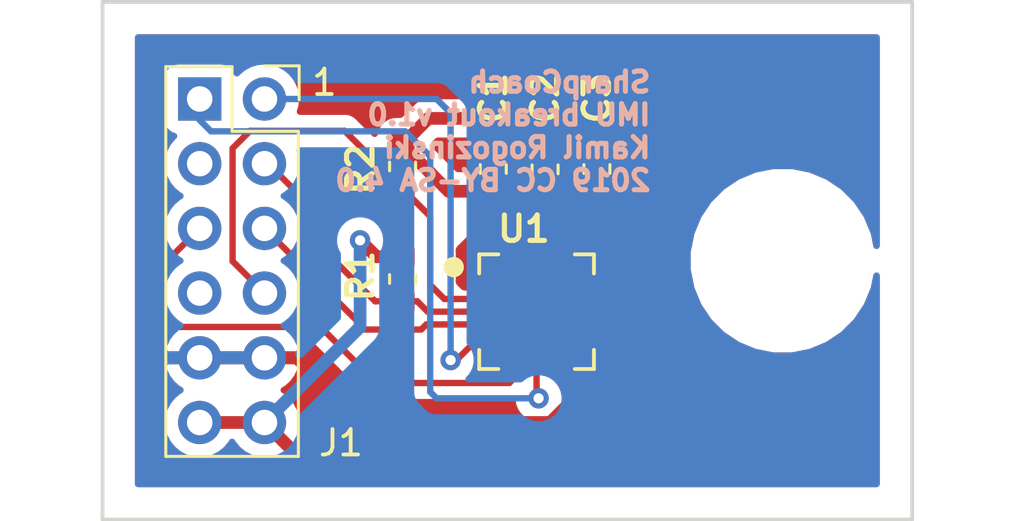
<source format=kicad_pcb>
(kicad_pcb (version 20171130) (host pcbnew 5.1.5-52549c5~86~ubuntu18.04.1)

  (general
    (thickness 1.6)
    (drawings 5)
    (tracks 123)
    (zones 0)
    (modules 8)
    (nets 12)
  )

  (page A4)
  (layers
    (0 F.Cu signal)
    (31 B.Cu signal hide)
    (32 B.Adhes user hide)
    (33 F.Adhes user hide)
    (34 B.Paste user hide)
    (35 F.Paste user hide)
    (36 B.SilkS user)
    (37 F.SilkS user)
    (38 B.Mask user hide)
    (39 F.Mask user hide)
    (40 Dwgs.User user)
    (41 Cmts.User user)
    (42 Eco1.User user)
    (43 Eco2.User user)
    (44 Edge.Cuts user)
    (45 Margin user)
    (46 B.CrtYd user)
    (47 F.CrtYd user)
    (48 B.Fab user)
    (49 F.Fab user)
  )

  (setup
    (last_trace_width 0.25)
    (trace_clearance 0.2)
    (zone_clearance 0.5)
    (zone_45_only no)
    (trace_min 0.2)
    (via_size 0.8)
    (via_drill 0.4)
    (via_min_size 0.4)
    (via_min_drill 0.3)
    (uvia_size 0.3)
    (uvia_drill 0.1)
    (uvias_allowed no)
    (uvia_min_size 0.2)
    (uvia_min_drill 0.1)
    (edge_width 0.1)
    (segment_width 0.2)
    (pcb_text_width 0.3)
    (pcb_text_size 1.5 1.5)
    (mod_edge_width 0.2)
    (mod_text_size 1 1)
    (mod_text_width 0.15)
    (pad_size 1.524 1.524)
    (pad_drill 0.762)
    (pad_to_mask_clearance 0.15)
    (aux_axis_origin 117.9 89.44)
    (grid_origin 117.9 89.44)
    (visible_elements FFFDFF7F)
    (pcbplotparams
      (layerselection 0x010fc_ffffffff)
      (usegerberextensions false)
      (usegerberattributes false)
      (usegerberadvancedattributes false)
      (creategerberjobfile false)
      (excludeedgelayer true)
      (linewidth 0.100000)
      (plotframeref false)
      (viasonmask false)
      (mode 1)
      (useauxorigin true)
      (hpglpennumber 1)
      (hpglpenspeed 20)
      (hpglpendiameter 15.000000)
      (psnegative false)
      (psa4output false)
      (plotreference true)
      (plotvalue true)
      (plotinvisibletext false)
      (padsonsilk false)
      (subtractmaskfromsilk false)
      (outputformat 1)
      (mirror false)
      (drillshape 0)
      (scaleselection 1)
      (outputdirectory "export/"))
  )

  (net 0 "")
  (net 1 GND)
  (net 2 +3V3)
  (net 3 /INT1)
  (net 4 /INT2)
  (net 5 "Net-(U1-Pad14)")
  (net 6 /SCK)
  (net 7 "Net-(J1-Pad10)")
  (net 8 /MISO)
  (net 9 /MOSI)
  (net 10 "Net-(J1-Pad8)")
  (net 11 /SS)

  (net_class Default "This is the default net class."
    (clearance 0.2)
    (trace_width 0.25)
    (via_dia 0.8)
    (via_drill 0.4)
    (uvia_dia 0.3)
    (uvia_drill 0.1)
    (add_net /MISO)
    (add_net /MOSI)
    (add_net /SCK)
    (add_net /SS)
    (add_net "Net-(J1-Pad10)")
    (add_net "Net-(J1-Pad8)")
    (add_net "Net-(U1-Pad14)")
  )

  (net_class Power ""
    (clearance 0.2)
    (trace_width 0.5)
    (via_dia 0.8)
    (via_drill 0.4)
    (uvia_dia 0.3)
    (uvia_drill 0.1)
    (add_net +3V3)
    (add_net GND)
  )

  (net_class Signal ""
    (clearance 0.2)
    (trace_width 0.25)
    (via_dia 0.8)
    (via_drill 0.4)
    (uvia_dia 0.3)
    (uvia_drill 0.1)
    (add_net /INT1)
    (add_net /INT2)
  )

  (module MountingHole:MountingHole_3.2mm_M3 (layer F.Cu) (tedit 56D1B4CB) (tstamp 5DECFFD9)
    (at 144.57 99.6)
    (descr "Mounting Hole 3.2mm, no annular, M3")
    (tags "mounting hole 3.2mm no annular m3")
    (clearance 2)
    (attr virtual)
    (fp_text reference REF** (at 0 -4.2) (layer F.SilkS) hide
      (effects (font (size 1 1) (thickness 0.15)))
    )
    (fp_text value MountingHole_3.2mm_M3 (at 0 4.2) (layer F.Fab)
      (effects (font (size 1 1) (thickness 0.15)))
    )
    (fp_circle (center 0 0) (end 3.45 0) (layer F.CrtYd) (width 0.05))
    (fp_circle (center 0 0) (end 3.2 0) (layer Cmts.User) (width 0.15))
    (fp_text user %R (at 6.35 -2.54) (layer F.Fab)
      (effects (font (size 1 1) (thickness 0.15)))
    )
    (pad 1 np_thru_hole circle (at 0 0) (size 3.2 3.2) (drill 3.2) (layers *.Cu *.Mask))
  )

  (module Resistor_SMD:R_0603_1608Metric_Pad1.05x0.95mm_HandSolder (layer F.Cu) (tedit 5B301BBD) (tstamp 5D340FB2)
    (at 129.667 100.316 270)
    (descr "Resistor SMD 0603 (1608 Metric), square (rectangular) end terminal, IPC_7351 nominal with elongated pad for handsoldering. (Body size source: http://www.tortai-tech.com/upload/download/2011102023233369053.pdf), generated with kicad-footprint-generator")
    (tags "resistor handsolder")
    (path /5D365CFD)
    (attr smd)
    (fp_text reference R1 (at -0.113 1.651 90) (layer F.SilkS)
      (effects (font (size 1 1) (thickness 0.2)))
    )
    (fp_text value 10k (at 0 1.43 90) (layer F.Fab)
      (effects (font (size 1 1) (thickness 0.15)))
    )
    (fp_text user %R (at 0 0 90) (layer F.Fab)
      (effects (font (size 0.4 0.4) (thickness 0.06)))
    )
    (fp_line (start 1.65 0.73) (end -1.65 0.73) (layer F.CrtYd) (width 0.05))
    (fp_line (start 1.65 -0.73) (end 1.65 0.73) (layer F.CrtYd) (width 0.05))
    (fp_line (start -1.65 -0.73) (end 1.65 -0.73) (layer F.CrtYd) (width 0.05))
    (fp_line (start -1.65 0.73) (end -1.65 -0.73) (layer F.CrtYd) (width 0.05))
    (fp_line (start -0.171267 0.51) (end 0.171267 0.51) (layer F.SilkS) (width 0.12))
    (fp_line (start -0.171267 -0.51) (end 0.171267 -0.51) (layer F.SilkS) (width 0.12))
    (fp_line (start 0.8 0.4) (end -0.8 0.4) (layer F.Fab) (width 0.1))
    (fp_line (start 0.8 -0.4) (end 0.8 0.4) (layer F.Fab) (width 0.1))
    (fp_line (start -0.8 -0.4) (end 0.8 -0.4) (layer F.Fab) (width 0.1))
    (fp_line (start -0.8 0.4) (end -0.8 -0.4) (layer F.Fab) (width 0.1))
    (pad 2 smd roundrect (at 0.875 0 270) (size 1.05 0.95) (layers F.Cu F.Paste F.Mask) (roundrect_rratio 0.25)
      (net 9 /MOSI))
    (pad 1 smd roundrect (at -0.875 0 270) (size 1.05 0.95) (layers F.Cu F.Paste F.Mask) (roundrect_rratio 0.25)
      (net 2 +3V3))
    (model ${KISYS3DMOD}/Resistor_SMD.3dshapes/R_0603_1608Metric.wrl
      (at (xyz 0 0 0))
      (scale (xyz 1 1 1))
      (rotate (xyz 0 0 0))
    )
  )

  (module Resistor_SMD:R_0603_1608Metric_Pad1.05x0.95mm_HandSolder (layer F.Cu) (tedit 5B301BBD) (tstamp 5D340FC3)
    (at 129.667 95.899 270)
    (descr "Resistor SMD 0603 (1608 Metric), square (rectangular) end terminal, IPC_7351 nominal with elongated pad for handsoldering. (Body size source: http://www.tortai-tech.com/upload/download/2011102023233369053.pdf), generated with kicad-footprint-generator")
    (tags "resistor handsolder")
    (path /5D3661CC)
    (attr smd)
    (fp_text reference R2 (at 0.113 1.651 90) (layer F.SilkS)
      (effects (font (size 1 1) (thickness 0.2)))
    )
    (fp_text value 10k (at 0 1.43 90) (layer F.Fab)
      (effects (font (size 1 1) (thickness 0.15)))
    )
    (fp_text user %R (at 0 0 90) (layer F.Fab)
      (effects (font (size 0.4 0.4) (thickness 0.06)))
    )
    (fp_line (start 1.65 0.73) (end -1.65 0.73) (layer F.CrtYd) (width 0.05))
    (fp_line (start 1.65 -0.73) (end 1.65 0.73) (layer F.CrtYd) (width 0.05))
    (fp_line (start -1.65 -0.73) (end 1.65 -0.73) (layer F.CrtYd) (width 0.05))
    (fp_line (start -1.65 0.73) (end -1.65 -0.73) (layer F.CrtYd) (width 0.05))
    (fp_line (start -0.171267 0.51) (end 0.171267 0.51) (layer F.SilkS) (width 0.12))
    (fp_line (start -0.171267 -0.51) (end 0.171267 -0.51) (layer F.SilkS) (width 0.12))
    (fp_line (start 0.8 0.4) (end -0.8 0.4) (layer F.Fab) (width 0.1))
    (fp_line (start 0.8 -0.4) (end 0.8 0.4) (layer F.Fab) (width 0.1))
    (fp_line (start -0.8 -0.4) (end 0.8 -0.4) (layer F.Fab) (width 0.1))
    (fp_line (start -0.8 0.4) (end -0.8 -0.4) (layer F.Fab) (width 0.1))
    (pad 2 smd roundrect (at 0.875 0 270) (size 1.05 0.95) (layers F.Cu F.Paste F.Mask) (roundrect_rratio 0.25)
      (net 6 /SCK))
    (pad 1 smd roundrect (at -0.875 0 270) (size 1.05 0.95) (layers F.Cu F.Paste F.Mask) (roundrect_rratio 0.25)
      (net 2 +3V3))
    (model ${KISYS3DMOD}/Resistor_SMD.3dshapes/R_0603_1608Metric.wrl
      (at (xyz 0 0 0))
      (scale (xyz 1 1 1))
      (rotate (xyz 0 0 0))
    )
  )

  (module PMOD_SpecB:PMOD_SpecB (layer F.Cu) (tedit 5DEB4D59) (tstamp 5DEBBAF8)
    (at 124.25 93.25)
    (descr "Through hole straight pin header, 2x06, 2.54mm pitch, double rows")
    (tags "Through hole pin header THT 2x06 2.54mm double row")
    (path /5DEB8408)
    (fp_text reference J1 (at 3 13.5) (layer F.SilkS)
      (effects (font (size 1 1) (thickness 0.15)))
    )
    (fp_text value PMOD_Type2A_Variant01 (at -1.27 15.03) (layer F.Fab)
      (effects (font (size 1 1) (thickness 0.15)))
    )
    (fp_text user 1 (at 2.35 -0.65) (layer F.SilkS)
      (effects (font (size 1 1) (thickness 0.15)))
    )
    (fp_text user %R (at -1.27 6.35 90) (layer F.Fab)
      (effects (font (size 1 1) (thickness 0.15)))
    )
    (fp_line (start 1.81 -1.8) (end -4.34 -1.8) (layer F.CrtYd) (width 0.05))
    (fp_line (start 1.81 14.5) (end 1.81 -1.8) (layer F.CrtYd) (width 0.05))
    (fp_line (start -4.34 14.5) (end 1.81 14.5) (layer F.CrtYd) (width 0.05))
    (fp_line (start -4.34 -1.8) (end -4.34 14.5) (layer F.CrtYd) (width 0.05))
    (fp_line (start 0.03 -1.3) (end 1.36 -1.3) (layer F.SilkS) (width 0.12))
    (fp_line (start 1.36 0.03) (end 1.36 -1.3) (layer F.SilkS) (width 0.12))
    (fp_line (start -3.87 -1.27) (end -1.27 -1.27) (layer F.SilkS) (width 0.12))
    (fp_line (start -1.27 1.27) (end -1.27 -1.27) (layer F.SilkS) (width 0.12))
    (fp_line (start -1.27 1.27) (end 1.33 1.27) (layer F.SilkS) (width 0.12))
    (fp_line (start 1.33 1.27) (end 1.33 14.03) (layer F.SilkS) (width 0.12))
    (fp_line (start -3.87 -1.27) (end -3.87 14.03) (layer F.SilkS) (width 0.12))
    (fp_line (start -3.87 14.03) (end 1.33 14.03) (layer F.SilkS) (width 0.12))
    (fp_line (start -3.81 0) (end -2.54 -1.27) (layer F.Fab) (width 0.1))
    (fp_line (start -3.81 13.97) (end -3.81 0) (layer F.Fab) (width 0.1))
    (fp_line (start 1.27 13.97) (end -3.81 13.97) (layer F.Fab) (width 0.1))
    (fp_line (start 1.27 -1.27) (end 1.27 13.97) (layer F.Fab) (width 0.1))
    (fp_line (start -2.54 -1.27) (end 1.27 -1.27) (layer F.Fab) (width 0.1))
    (pad 6 thru_hole oval (at 0 12.7) (size 1.7 1.7) (drill 1) (layers *.Cu *.Mask)
      (net 2 +3V3))
    (pad 12 thru_hole oval (at -2.54 12.7) (size 1.7 1.7) (drill 1) (layers *.Cu *.Mask)
      (net 2 +3V3))
    (pad 5 thru_hole oval (at 0 10.16) (size 1.7 1.7) (drill 1) (layers *.Cu *.Mask)
      (net 1 GND))
    (pad 11 thru_hole oval (at -2.54 10.16) (size 1.7 1.7) (drill 1) (layers *.Cu *.Mask)
      (net 1 GND))
    (pad 4 thru_hole oval (at 0 7.62) (size 1.7 1.7) (drill 1) (layers *.Cu *.Mask)
      (net 6 /SCK))
    (pad 10 thru_hole oval (at -2.54 7.62) (size 1.7 1.7) (drill 1) (layers *.Cu *.Mask)
      (net 7 "Net-(J1-Pad10)"))
    (pad 3 thru_hole oval (at 0 5.08) (size 1.7 1.7) (drill 1) (layers *.Cu *.Mask)
      (net 8 /MISO))
    (pad 9 thru_hole oval (at -2.54 5.08) (size 1.7 1.7) (drill 1) (layers *.Cu *.Mask)
      (net 4 /INT2))
    (pad 2 thru_hole oval (at 0 2.54) (size 1.7 1.7) (drill 1) (layers *.Cu *.Mask)
      (net 9 /MOSI))
    (pad 8 thru_hole oval (at -2.54 2.54) (size 1.7 1.7) (drill 1) (layers *.Cu *.Mask)
      (net 10 "Net-(J1-Pad8)"))
    (pad 1 thru_hole oval (at 0 0) (size 1.7 1.7) (drill 1) (layers *.Cu *.Mask)
      (net 11 /SS))
    (pad 7 thru_hole rect (at -2.54 0) (size 1.7 1.7) (drill 1) (layers *.Cu *.Mask)
      (net 3 /INT1))
    (model ${KISYS3DMOD}/Connector_PinHeader_2.54mm.3dshapes/PinHeader_2x06_P2.54mm_Horizontal.wrl
      (offset (xyz 0 -12.7 0))
      (scale (xyz 1 1 1))
      (rotate (xyz 0 0 180))
    )
  )

  (module LSM6DS33:LSM6DS33 (layer F.Cu) (tedit 5D341B1D) (tstamp 5D341A6E)
    (at 134.921 101.6)
    (path /5D348B12)
    (solder_mask_margin 0.4)
    (clearance 0.15)
    (fp_text reference U1 (at -0.5 -3.25) (layer F.SilkS)
      (effects (font (size 1 1) (thickness 0.2)))
    )
    (fp_text value LSM6DS33 (at 0.5 -4.75) (layer F.Fab)
      (effects (font (size 1 1) (thickness 0.15)))
    )
    (fp_line (start -2.25 -1.5) (end -2.25 -2.25) (layer F.SilkS) (width 0.15))
    (fp_line (start -2.25 -2.25) (end -1.5 -2.25) (layer F.SilkS) (width 0.15))
    (fp_line (start 2.25 -1.5) (end 2.25 -2.25) (layer F.SilkS) (width 0.15))
    (fp_line (start 2.25 -2.25) (end 1.5 -2.25) (layer F.SilkS) (width 0.15))
    (fp_line (start -2.25 1.5) (end -2.25 2.25) (layer F.SilkS) (width 0.15))
    (fp_line (start -2.25 2.25) (end -1.5 2.25) (layer F.SilkS) (width 0.15))
    (fp_line (start 2.25 1.5) (end 2.25 2.25) (layer F.SilkS) (width 0.15))
    (fp_line (start 2.25 2.25) (end 1.5 2.25) (layer F.SilkS) (width 0.15))
    (fp_circle (center -3.25 -1.75) (end -3.05 -1.75) (layer F.SilkS) (width 0.4))
    (pad 1 smd rect (at -1.225 -1) (size 1 0.35) (drill (offset -0.275 0)) (layers F.Cu F.Paste F.Mask)
      (net 2 +3V3))
    (pad 2 smd rect (at -1.225 -0.5) (size 1 0.35) (drill (offset -0.275 0)) (layers F.Cu F.Paste F.Mask)
      (net 6 /SCK))
    (pad 3 smd rect (at -1.35 0) (size 1 0.35) (drill (offset -0.15 0)) (layers F.Cu F.Paste F.Mask)
      (net 9 /MOSI))
    (pad 4 smd rect (at -1.35 0.5) (size 1 0.35) (drill (offset -0.15 0)) (layers F.Cu F.Paste F.Mask)
      (net 8 /MISO))
    (pad 5 smd rect (at -1.35 1) (size 1 0.35) (drill (offset -0.15 0)) (layers F.Cu F.Paste F.Mask)
      (net 11 /SS))
    (pad 6 smd rect (at -0.5 1.35) (size 0.35 1) (drill (offset 0 0.15)) (layers F.Cu F.Paste F.Mask)
      (net 4 /INT2))
    (pad 7 smd rect (at 0 1.35) (size 0.35 1) (drill (offset 0 0.15)) (layers F.Cu F.Paste F.Mask)
      (net 3 /INT1))
    (pad 8 smd rect (at 0.5 1.35) (size 0.35 1) (drill (offset 0 0.15)) (layers F.Cu F.Paste F.Mask)
      (net 1 GND))
    (pad 9 smd rect (at 1.35 1) (size 1 0.35) (drill (offset 0.15 0)) (layers F.Cu F.Paste F.Mask)
      (net 1 GND))
    (pad 10 smd rect (at 1.35 0.5) (size 1 0.35) (drill (offset 0.15 0)) (layers F.Cu F.Paste F.Mask)
      (net 1 GND))
    (pad 11 smd rect (at 1.35 0) (size 1 0.35) (drill (offset 0.15 0)) (layers F.Cu F.Paste F.Mask)
      (net 1 GND))
    (pad 12 smd rect (at 1.35 -0.5) (size 1 0.35) (drill (offset 0.15 0)) (layers F.Cu F.Paste F.Mask)
      (net 1 GND))
    (pad 13 smd rect (at 1.35 -1) (size 1 0.35) (drill (offset 0.15 0)) (layers F.Cu F.Paste F.Mask)
      (net 1 GND))
    (pad 14 smd rect (at 0.5 -1.35) (size 0.35 1) (drill (offset 0 -0.15)) (layers F.Cu F.Paste F.Mask)
      (net 5 "Net-(U1-Pad14)"))
    (pad 15 smd rect (at 0 -1.35) (size 0.35 1) (drill (offset 0 -0.15)) (layers F.Cu F.Paste F.Mask)
      (net 1 GND))
    (pad 16 smd rect (at -0.5 -1.35) (size 0.35 1) (drill (offset 0 -0.15)) (layers F.Cu F.Paste F.Mask)
      (net 2 +3V3))
    (model ${KISYS3DMOD}/Package_LGA.3dshapes/LGA-16_3x3mm_P0.5mm_LayoutBorder3x5y.wrl
      (at (xyz 0 0 0))
      (scale (xyz 1 1 1))
      (rotate (xyz 0 0 0))
    )
  )

  (module Capacitor_SMD:C_0603_1608Metric_Pad1.05x0.95mm_HandSolder (layer F.Cu) (tedit 5B301BBE) (tstamp 5D341730)
    (at 137.287 95.998 90)
    (descr "Capacitor SMD 0603 (1608 Metric), square (rectangular) end terminal, IPC_7351 nominal with elongated pad for handsoldering. (Body size source: http://www.tortai-tech.com/upload/download/2011102023233369053.pdf), generated with kicad-footprint-generator")
    (tags "capacitor handsolder")
    (path /5D36319C)
    (attr smd)
    (fp_text reference C3 (at 2.78 0 90) (layer F.SilkS)
      (effects (font (size 1 1) (thickness 0.2)))
    )
    (fp_text value 1u (at 0 1.43 90) (layer F.Fab)
      (effects (font (size 1 1) (thickness 0.15)))
    )
    (fp_text user %R (at 0 0 90) (layer F.Fab)
      (effects (font (size 0.4 0.4) (thickness 0.06)))
    )
    (fp_line (start 1.65 0.73) (end -1.65 0.73) (layer F.CrtYd) (width 0.05))
    (fp_line (start 1.65 -0.73) (end 1.65 0.73) (layer F.CrtYd) (width 0.05))
    (fp_line (start -1.65 -0.73) (end 1.65 -0.73) (layer F.CrtYd) (width 0.05))
    (fp_line (start -1.65 0.73) (end -1.65 -0.73) (layer F.CrtYd) (width 0.05))
    (fp_line (start -0.171267 0.51) (end 0.171267 0.51) (layer F.SilkS) (width 0.12))
    (fp_line (start -0.171267 -0.51) (end 0.171267 -0.51) (layer F.SilkS) (width 0.12))
    (fp_line (start 0.8 0.4) (end -0.8 0.4) (layer F.Fab) (width 0.1))
    (fp_line (start 0.8 -0.4) (end 0.8 0.4) (layer F.Fab) (width 0.1))
    (fp_line (start -0.8 -0.4) (end 0.8 -0.4) (layer F.Fab) (width 0.1))
    (fp_line (start -0.8 0.4) (end -0.8 -0.4) (layer F.Fab) (width 0.1))
    (pad 2 smd roundrect (at 0.875 0 90) (size 1.05 0.95) (layers F.Cu F.Paste F.Mask) (roundrect_rratio 0.25)
      (net 1 GND))
    (pad 1 smd roundrect (at -0.875 0 90) (size 1.05 0.95) (layers F.Cu F.Paste F.Mask) (roundrect_rratio 0.25)
      (net 2 +3V3))
    (model ${KISYS3DMOD}/Capacitor_SMD.3dshapes/C_0603_1608Metric.wrl
      (at (xyz 0 0 0))
      (scale (xyz 1 1 1))
      (rotate (xyz 0 0 0))
    )
  )

  (module Capacitor_SMD:C_0603_1608Metric_Pad1.05x0.95mm_HandSolder (layer F.Cu) (tedit 5B301BBE) (tstamp 5D340F74)
    (at 135.255 96.012 90)
    (descr "Capacitor SMD 0603 (1608 Metric), square (rectangular) end terminal, IPC_7351 nominal with elongated pad for handsoldering. (Body size source: http://www.tortai-tech.com/upload/download/2011102023233369053.pdf), generated with kicad-footprint-generator")
    (tags "capacitor handsolder")
    (path /5D362D91)
    (attr smd)
    (fp_text reference C2 (at 2.794 0 90) (layer F.SilkS)
      (effects (font (size 1 1) (thickness 0.2)))
    )
    (fp_text value 100n (at 0 1.43 90) (layer F.Fab)
      (effects (font (size 1 1) (thickness 0.15)))
    )
    (fp_text user %R (at 0 0 90) (layer F.Fab)
      (effects (font (size 0.4 0.4) (thickness 0.06)))
    )
    (fp_line (start 1.65 0.73) (end -1.65 0.73) (layer F.CrtYd) (width 0.05))
    (fp_line (start 1.65 -0.73) (end 1.65 0.73) (layer F.CrtYd) (width 0.05))
    (fp_line (start -1.65 -0.73) (end 1.65 -0.73) (layer F.CrtYd) (width 0.05))
    (fp_line (start -1.65 0.73) (end -1.65 -0.73) (layer F.CrtYd) (width 0.05))
    (fp_line (start -0.171267 0.51) (end 0.171267 0.51) (layer F.SilkS) (width 0.12))
    (fp_line (start -0.171267 -0.51) (end 0.171267 -0.51) (layer F.SilkS) (width 0.12))
    (fp_line (start 0.8 0.4) (end -0.8 0.4) (layer F.Fab) (width 0.1))
    (fp_line (start 0.8 -0.4) (end 0.8 0.4) (layer F.Fab) (width 0.1))
    (fp_line (start -0.8 -0.4) (end 0.8 -0.4) (layer F.Fab) (width 0.1))
    (fp_line (start -0.8 0.4) (end -0.8 -0.4) (layer F.Fab) (width 0.1))
    (pad 2 smd roundrect (at 0.875 0 90) (size 1.05 0.95) (layers F.Cu F.Paste F.Mask) (roundrect_rratio 0.25)
      (net 1 GND))
    (pad 1 smd roundrect (at -0.875 0 90) (size 1.05 0.95) (layers F.Cu F.Paste F.Mask) (roundrect_rratio 0.25)
      (net 2 +3V3))
    (model ${KISYS3DMOD}/Capacitor_SMD.3dshapes/C_0603_1608Metric.wrl
      (at (xyz 0 0 0))
      (scale (xyz 1 1 1))
      (rotate (xyz 0 0 0))
    )
  )

  (module Capacitor_SMD:C_0603_1608Metric_Pad1.05x0.95mm_HandSolder (layer F.Cu) (tedit 5B301BBE) (tstamp 5D340F63)
    (at 133.223 95.998 90)
    (descr "Capacitor SMD 0603 (1608 Metric), square (rectangular) end terminal, IPC_7351 nominal with elongated pad for handsoldering. (Body size source: http://www.tortai-tech.com/upload/download/2011102023233369053.pdf), generated with kicad-footprint-generator")
    (tags "capacitor handsolder")
    (path /5D3626CB)
    (attr smd)
    (fp_text reference C1 (at 2.78 0 90) (layer F.SilkS)
      (effects (font (size 1 1) (thickness 0.2)))
    )
    (fp_text value 100n (at 0 1.43 90) (layer F.Fab)
      (effects (font (size 1 1) (thickness 0.15)))
    )
    (fp_text user %R (at 0 0 90) (layer F.Fab)
      (effects (font (size 0.4 0.4) (thickness 0.06)))
    )
    (fp_line (start 1.65 0.73) (end -1.65 0.73) (layer F.CrtYd) (width 0.05))
    (fp_line (start 1.65 -0.73) (end 1.65 0.73) (layer F.CrtYd) (width 0.05))
    (fp_line (start -1.65 -0.73) (end 1.65 -0.73) (layer F.CrtYd) (width 0.05))
    (fp_line (start -1.65 0.73) (end -1.65 -0.73) (layer F.CrtYd) (width 0.05))
    (fp_line (start -0.171267 0.51) (end 0.171267 0.51) (layer F.SilkS) (width 0.12))
    (fp_line (start -0.171267 -0.51) (end 0.171267 -0.51) (layer F.SilkS) (width 0.12))
    (fp_line (start 0.8 0.4) (end -0.8 0.4) (layer F.Fab) (width 0.1))
    (fp_line (start 0.8 -0.4) (end 0.8 0.4) (layer F.Fab) (width 0.1))
    (fp_line (start -0.8 -0.4) (end 0.8 -0.4) (layer F.Fab) (width 0.1))
    (fp_line (start -0.8 0.4) (end -0.8 -0.4) (layer F.Fab) (width 0.1))
    (pad 2 smd roundrect (at 0.875 0 90) (size 1.05 0.95) (layers F.Cu F.Paste F.Mask) (roundrect_rratio 0.25)
      (net 1 GND))
    (pad 1 smd roundrect (at -0.875 0 90) (size 1.05 0.95) (layers F.Cu F.Paste F.Mask) (roundrect_rratio 0.25)
      (net 2 +3V3))
    (model ${KISYS3DMOD}/Capacitor_SMD.3dshapes/C_0603_1608Metric.wrl
      (at (xyz 0 0 0))
      (scale (xyz 1 1 1))
      (rotate (xyz 0 0 0))
    )
  )

  (gr_text "SharpCoach\nIMU breakout v1.0\nKamil Rogozinski\n2019 CC BY-SA 4.0" (at 139.49 94.52) (layer B.SilkS) (tstamp 5D3D23BA)
    (effects (font (size 0.8 0.8) (thickness 0.2)) (justify left mirror))
  )
  (gr_line (start 117.9 109.76) (end 117.9 89.44) (layer Edge.Cuts) (width 0.15) (tstamp 5DEBAB70))
  (gr_line (start 149.65 109.76) (end 117.9 109.76) (layer Edge.Cuts) (width 0.15))
  (gr_line (start 149.65 89.44) (end 149.65 109.76) (layer Edge.Cuts) (width 0.15))
  (gr_line (start 117.9 89.44) (end 149.65 89.44) (layer Edge.Cuts) (width 0.15))

  (segment (start 121.71 103.41) (end 124.25 103.41) (width 0.5) (layer F.Cu) (net 1))
  (segment (start 138.806002 102.6) (end 139 102.406002) (width 0.5) (layer F.Cu) (net 1))
  (segment (start 136.271 102.6) (end 138.806002 102.6) (width 0.25) (layer F.Cu) (net 1))
  (segment (start 138.877 95.123) (end 133.798 95.123) (width 0.5) (layer F.Cu) (net 1))
  (segment (start 133.798 95.123) (end 133.223 95.123) (width 0.5) (layer F.Cu) (net 1))
  (segment (start 139 95.246) (end 138.877 95.123) (width 0.5) (layer F.Cu) (net 1))
  (segment (start 136.271 101.6) (end 136.239 101.632) (width 0.25) (layer F.Cu) (net 1))
  (segment (start 138.942 102.1) (end 139 102.158) (width 0.25) (layer F.Cu) (net 1))
  (segment (start 136.271 102.1) (end 138.942 102.1) (width 0.25) (layer F.Cu) (net 1))
  (segment (start 139 102.406002) (end 139 102.158) (width 0.5) (layer F.Cu) (net 1))
  (segment (start 138.923 101.6) (end 139 101.523) (width 0.25) (layer F.Cu) (net 1))
  (segment (start 136.271 101.6) (end 138.923 101.6) (width 0.25) (layer F.Cu) (net 1))
  (segment (start 139 102.158) (end 139 101.523) (width 0.5) (layer F.Cu) (net 1))
  (segment (start 138.994 101.1) (end 139 101.106) (width 0.25) (layer F.Cu) (net 1))
  (segment (start 136.271 101.1) (end 138.994 101.1) (width 0.25) (layer F.Cu) (net 1))
  (segment (start 139 101.523) (end 139 101.106) (width 0.5) (layer F.Cu) (net 1))
  (segment (start 136.271 100.6) (end 138.871 100.6) (width 0.25) (layer F.Cu) (net 1))
  (segment (start 138.871 100.6) (end 139 100.471) (width 0.25) (layer F.Cu) (net 1))
  (segment (start 139 101.106) (end 139 100.471) (width 0.5) (layer F.Cu) (net 1))
  (segment (start 139 98.82) (end 135.19 98.82) (width 0.25) (layer F.Cu) (net 1))
  (segment (start 139 98.82) (end 139 95.246) (width 0.5) (layer F.Cu) (net 1))
  (segment (start 139 100.471) (end 139 98.82) (width 0.5) (layer F.Cu) (net 1))
  (segment (start 134.918 99.336998) (end 134.921 99.339998) (width 0.25) (layer F.Cu) (net 1))
  (segment (start 135.19 98.82) (end 134.918 99.092) (width 0.25) (layer F.Cu) (net 1))
  (segment (start 134.918 99.092) (end 134.918 99.336998) (width 0.25) (layer F.Cu) (net 1))
  (segment (start 134.921 99.349) (end 134.921 100.25) (width 0.25) (layer F.Cu) (net 1))
  (segment (start 134.918 99.346) (end 134.921 99.349) (width 0.25) (layer F.Cu) (net 1))
  (segment (start 134.918 99.336998) (end 134.918 99.346) (width 0.25) (layer F.Cu) (net 1))
  (segment (start 135.421 103.786) (end 136.520501 104.885501) (width 0.25) (layer F.Cu) (net 1))
  (segment (start 135.421 102.95) (end 135.421 103.786) (width 0.25) (layer F.Cu) (net 1))
  (segment (start 136.520501 104.885501) (end 139 102.406002) (width 0.5) (layer F.Cu) (net 1))
  (segment (start 135.456001 105.950001) (end 136.520501 104.885501) (width 0.5) (layer F.Cu) (net 1))
  (segment (start 128.060001 105.950001) (end 135.456001 105.950001) (width 0.5) (layer F.Cu) (net 1))
  (segment (start 124.25 103.41) (end 125.52 103.41) (width 0.5) (layer F.Cu) (net 1))
  (segment (start 125.52 103.41) (end 128.060001 105.950001) (width 0.5) (layer F.Cu) (net 1))
  (segment (start 121.71 105.95) (end 124.25 105.95) (width 0.5) (layer F.Cu) (net 2))
  (segment (start 133.223 96.873) (end 137.287 96.873) (width 0.5) (layer F.Cu) (net 2))
  (segment (start 134.421 97.721) (end 135.255 96.887) (width 0.5) (layer F.Cu) (net 2))
  (segment (start 134.421 100.25) (end 134.421 97.721) (width 0.25) (layer F.Cu) (net 2))
  (segment (start 130.166072 94.524928) (end 129.667 95.024) (width 0.5) (layer F.Cu) (net 2))
  (segment (start 132.62459 94.01199) (end 130.67901 94.01199) (width 0.5) (layer F.Cu) (net 2))
  (segment (start 132.63859 93.99799) (end 132.62459 94.01199) (width 0.5) (layer F.Cu) (net 2))
  (segment (start 133.82141 94.01199) (end 133.80741 93.99799) (width 0.5) (layer F.Cu) (net 2))
  (segment (start 136.68859 94.01199) (end 133.82141 94.01199) (width 0.5) (layer F.Cu) (net 2))
  (segment (start 136.70259 93.99799) (end 136.68859 94.01199) (width 0.5) (layer F.Cu) (net 2))
  (segment (start 137.87141 93.99799) (end 136.70259 93.99799) (width 0.5) (layer F.Cu) (net 2))
  (segment (start 130.67901 94.01199) (end 130.166072 94.524928) (width 0.5) (layer F.Cu) (net 2))
  (segment (start 137.88541 94.01199) (end 137.87141 93.99799) (width 0.5) (layer F.Cu) (net 2))
  (segment (start 133.80741 93.99799) (end 132.63859 93.99799) (width 0.5) (layer F.Cu) (net 2))
  (segment (start 125.55 107.25) (end 135.570228 107.25) (width 0.5) (layer F.Cu) (net 2))
  (segment (start 135.570228 107.25) (end 140.00001 102.820219) (width 0.5) (layer F.Cu) (net 2))
  (segment (start 140.00001 102.820219) (end 140.00001 94.585783) (width 0.5) (layer F.Cu) (net 2))
  (segment (start 140.00001 94.585783) (end 139.426217 94.01199) (width 0.5) (layer F.Cu) (net 2))
  (segment (start 124.25 105.95) (end 125.55 107.25) (width 0.5) (layer F.Cu) (net 2))
  (segment (start 139.426217 94.01199) (end 137.88541 94.01199) (width 0.5) (layer F.Cu) (net 2))
  (segment (start 131.473 96.873) (end 133.223 96.873) (width 0.5) (layer F.Cu) (net 2))
  (segment (start 129.667 95.067) (end 130.24899 95.64899) (width 0.5) (layer F.Cu) (net 2))
  (segment (start 129.667 95.024) (end 129.667 95.067) (width 0.5) (layer F.Cu) (net 2))
  (segment (start 130.24899 95.64899) (end 130.25141 95.64899) (width 0.5) (layer F.Cu) (net 2))
  (segment (start 130.25141 95.64899) (end 130.74201 96.13959) (width 0.5) (layer F.Cu) (net 2))
  (segment (start 130.74201 96.13959) (end 130.74201 96.14201) (width 0.5) (layer F.Cu) (net 2))
  (segment (start 130.74201 96.14201) (end 131.473 96.873) (width 0.5) (layer F.Cu) (net 2))
  (segment (start 129.667 99.441) (end 128.641 99.441) (width 0.5) (layer F.Cu) (net 2))
  (segment (start 128.641 99.441) (end 128 98.8) (width 0.5) (layer F.Cu) (net 2))
  (via (at 128 98.8) (size 0.8) (drill 0.4) (layers F.Cu B.Cu) (net 2))
  (segment (start 128 102.2) (end 124.25 105.95) (width 0.5) (layer B.Cu) (net 2))
  (segment (start 128 98.8) (end 128 102.2) (width 0.5) (layer B.Cu) (net 2))
  (segment (start 132 100.4) (end 132.12499 100.52499) (width 0.5) (layer F.Cu) (net 2))
  (segment (start 132 99.2) (end 132 100.4) (width 0.5) (layer F.Cu) (net 2))
  (segment (start 133.223 96.873) (end 133.223 97.977) (width 0.5) (layer F.Cu) (net 2))
  (segment (start 133.223 97.977) (end 132 99.2) (width 0.5) (layer F.Cu) (net 2))
  (segment (start 132.2 100.6) (end 133.696 100.6) (width 0.25) (layer F.Cu) (net 2))
  (segment (start 132.12499 100.52499) (end 132.2 100.6) (width 0.25) (layer F.Cu) (net 2))
  (via (at 135 105) (size 0.8) (drill 0.4) (layers F.Cu B.Cu) (net 3))
  (segment (start 134.921 104.921) (end 134.921 102.95) (width 0.25) (layer F.Cu) (net 3))
  (segment (start 135 105) (end 134.921 104.921) (width 0.25) (layer F.Cu) (net 3))
  (segment (start 121.71 93.25) (end 121.71 94.078001) (width 0.25) (layer B.Cu) (net 3))
  (segment (start 122.151999 94.52) (end 129.77 94.52) (width 0.25) (layer B.Cu) (net 3))
  (segment (start 130.75 95.5) (end 130.75 104.75) (width 0.25) (layer B.Cu) (net 3))
  (segment (start 121.71 94.078001) (end 122.151999 94.52) (width 0.25) (layer B.Cu) (net 3))
  (segment (start 129.77 94.52) (end 130.75 95.5) (width 0.25) (layer B.Cu) (net 3))
  (segment (start 131 105) (end 135 105) (width 0.25) (layer B.Cu) (net 3))
  (segment (start 130.75 104.75) (end 131 105) (width 0.25) (layer B.Cu) (net 3))
  (segment (start 134.421 103.829) (end 134.421 102.95) (width 0.25) (layer F.Cu) (net 4))
  (segment (start 133.85 104.4) (end 134.421 103.829) (width 0.25) (layer F.Cu) (net 4))
  (segment (start 121.71 98.33) (end 120.25 99.79) (width 0.25) (layer F.Cu) (net 4))
  (segment (start 120.95 102.2) (end 126.45 102.2) (width 0.25) (layer F.Cu) (net 4))
  (segment (start 120.25 101.5) (end 120.95 102.2) (width 0.25) (layer F.Cu) (net 4))
  (segment (start 120.25 99.79) (end 120.25 101.5) (width 0.25) (layer F.Cu) (net 4))
  (segment (start 126.45 102.2) (end 128.65 104.4) (width 0.25) (layer F.Cu) (net 4))
  (segment (start 128.65 104.4) (end 133.85 104.4) (width 0.25) (layer F.Cu) (net 4))
  (segment (start 131.300499 101.1) (end 133.696 101.1) (width 0.25) (layer F.Cu) (net 6))
  (segment (start 130.75 100.549501) (end 131.300499 101.1) (width 0.25) (layer F.Cu) (net 6))
  (segment (start 129.667 96.774) (end 130.75 97.857) (width 0.25) (layer F.Cu) (net 6))
  (segment (start 130.75 97.857) (end 130.75 100.549501) (width 0.25) (layer F.Cu) (net 6))
  (segment (start 129.167928 96.274928) (end 129.667 96.774) (width 0.25) (layer F.Cu) (net 6))
  (segment (start 123.687499 94.5) (end 127.393 94.5) (width 0.25) (layer F.Cu) (net 6))
  (segment (start 123 95.187499) (end 123.687499 94.5) (width 0.25) (layer F.Cu) (net 6))
  (segment (start 127.393 94.5) (end 129.167928 96.274928) (width 0.25) (layer F.Cu) (net 6))
  (segment (start 124.25 100.87) (end 123 99.62) (width 0.25) (layer F.Cu) (net 6))
  (segment (start 123 99.62) (end 123 95.187499) (width 0.25) (layer F.Cu) (net 6))
  (segment (start 130.4 102.3) (end 130.6 102.1) (width 0.25) (layer F.Cu) (net 8))
  (segment (start 127.970001 102.070001) (end 128.2 102.3) (width 0.25) (layer F.Cu) (net 8))
  (segment (start 124.25 98.33) (end 127.970001 102.050001) (width 0.25) (layer F.Cu) (net 8))
  (segment (start 130.6 102.1) (end 133.571 102.1) (width 0.25) (layer F.Cu) (net 8))
  (segment (start 128.2 102.3) (end 130.4 102.3) (width 0.25) (layer F.Cu) (net 8))
  (segment (start 127.970001 102.050001) (end 127.970001 102.070001) (width 0.25) (layer F.Cu) (net 8))
  (segment (start 130.651 101.6) (end 133.571 101.6) (width 0.25) (layer F.Cu) (net 9))
  (segment (start 130.242 101.191) (end 130.651 101.6) (width 0.25) (layer F.Cu) (net 9))
  (segment (start 129.667 101.191) (end 130.242 101.191) (width 0.25) (layer F.Cu) (net 9))
  (segment (start 128.591 101.191) (end 129.667 101.191) (width 0.25) (layer F.Cu) (net 9))
  (segment (start 126 98.6) (end 128.591 101.191) (width 0.25) (layer F.Cu) (net 9))
  (segment (start 126 97.4) (end 126 98.6) (width 0.25) (layer F.Cu) (net 9))
  (segment (start 124.25 95.79) (end 124.39 95.79) (width 0.25) (layer F.Cu) (net 9))
  (segment (start 124.39 95.79) (end 126 97.4) (width 0.25) (layer F.Cu) (net 9))
  (via (at 131.550001 103.500002) (size 0.8) (drill 0.4) (layers F.Cu B.Cu) (net 11))
  (segment (start 131 93.25) (end 131.550001 93.800001) (width 0.25) (layer B.Cu) (net 11))
  (segment (start 131.550001 102.934317) (end 131.550001 103.500002) (width 0.25) (layer B.Cu) (net 11))
  (segment (start 124.25 93.25) (end 131 93.25) (width 0.25) (layer B.Cu) (net 11))
  (segment (start 131.550001 93.800001) (end 131.550001 102.934317) (width 0.25) (layer B.Cu) (net 11))
  (segment (start 131.779998 103.500002) (end 131.550001 103.500002) (width 0.25) (layer F.Cu) (net 11))
  (segment (start 133.571 102.6) (end 132.68 102.6) (width 0.25) (layer F.Cu) (net 11))
  (segment (start 132.68 102.6) (end 131.779998 103.500002) (width 0.25) (layer F.Cu) (net 11))

  (zone (net 1) (net_name GND) (layer F.Cu) (tstamp 5DEE5785) (hatch edge 0.508)
    (connect_pads (clearance 0.5))
    (min_thickness 0.254)
    (fill yes (arc_segments 32) (thermal_gap 0.508) (thermal_bridge_width 0.508))
    (polygon
      (pts
        (xy 119.17 90.71) (xy 148.38 90.71) (xy 148.38 108.49) (xy 119.17 108.49)
      )
    )
    (filled_polygon
      (pts
        (xy 148.253 99.011721) (xy 148.153773 98.512874) (xy 147.872824 97.834604) (xy 147.46495 97.224176) (xy 146.945824 96.70505)
        (xy 146.335396 96.297176) (xy 145.657126 96.016227) (xy 144.937077 95.873) (xy 144.202923 95.873) (xy 143.482874 96.016227)
        (xy 142.804604 96.297176) (xy 142.194176 96.70505) (xy 141.67505 97.224176) (xy 141.267176 97.834604) (xy 140.986227 98.512874)
        (xy 140.87701 99.061944) (xy 140.87701 94.628862) (xy 140.881253 94.585783) (xy 140.86432 94.41386) (xy 140.814172 94.248546)
        (xy 140.793482 94.209838) (xy 140.732737 94.096191) (xy 140.623143 93.96265) (xy 140.589678 93.935186) (xy 140.076811 93.422319)
        (xy 140.04935 93.388857) (xy 139.915809 93.279263) (xy 139.763454 93.197828) (xy 139.598139 93.14768) (xy 139.469296 93.13499)
        (xy 139.426217 93.130747) (xy 139.383138 93.13499) (xy 138.04765 93.13499) (xy 138.043332 93.13368) (xy 137.914489 93.12099)
        (xy 137.87141 93.116747) (xy 137.828331 93.12099) (xy 136.745669 93.12099) (xy 136.70259 93.116747) (xy 136.659511 93.12099)
        (xy 136.530668 93.13368) (xy 136.52635 93.13499) (xy 133.98365 93.13499) (xy 133.979332 93.13368) (xy 133.850489 93.12099)
        (xy 133.80741 93.116747) (xy 133.764331 93.12099) (xy 132.681669 93.12099) (xy 132.63859 93.116747) (xy 132.595511 93.12099)
        (xy 132.466668 93.13368) (xy 132.46235 93.13499) (xy 130.722089 93.13499) (xy 130.67901 93.130747) (xy 130.507087 93.14768)
        (xy 130.341773 93.197828) (xy 130.189418 93.279263) (xy 130.055877 93.388857) (xy 130.028416 93.422319) (xy 129.581768 93.868967)
        (xy 129.4295 93.868967) (xy 129.260253 93.885636) (xy 129.097509 93.935004) (xy 128.947524 94.015173) (xy 128.816062 94.123062)
        (xy 128.708173 94.254524) (xy 128.628004 94.404509) (xy 128.578636 94.567253) (xy 128.573714 94.617226) (xy 127.950867 93.994379)
        (xy 127.927317 93.965683) (xy 127.81281 93.87171) (xy 127.68217 93.801882) (xy 127.540418 93.758881) (xy 127.429938 93.748)
        (xy 127.429935 93.748) (xy 127.393 93.744362) (xy 127.356065 93.748) (xy 125.642394 93.748) (xy 125.705629 93.539543)
        (xy 125.734146 93.25) (xy 125.705629 92.960457) (xy 125.621172 92.682042) (xy 125.484022 92.425453) (xy 125.29945 92.20055)
        (xy 125.074547 92.015978) (xy 124.817958 91.878828) (xy 124.539543 91.794371) (xy 124.322556 91.773) (xy 124.177444 91.773)
        (xy 123.960457 91.794371) (xy 123.682042 91.878828) (xy 123.425453 92.015978) (xy 123.20055 92.20055) (xy 123.167081 92.241332)
        (xy 123.142075 92.158897) (xy 123.083853 92.049972) (xy 123.005501 91.954499) (xy 122.910028 91.876147) (xy 122.801103 91.817925)
        (xy 122.682913 91.782073) (xy 122.56 91.769967) (xy 120.86 91.769967) (xy 120.737087 91.782073) (xy 120.618897 91.817925)
        (xy 120.509972 91.876147) (xy 120.414499 91.954499) (xy 120.336147 92.049972) (xy 120.277925 92.158897) (xy 120.242073 92.277087)
        (xy 120.229967 92.4) (xy 120.229967 94.1) (xy 120.242073 94.222913) (xy 120.277925 94.341103) (xy 120.336147 94.450028)
        (xy 120.414499 94.545501) (xy 120.509972 94.623853) (xy 120.618897 94.682075) (xy 120.701332 94.707081) (xy 120.66055 94.74055)
        (xy 120.475978 94.965453) (xy 120.338828 95.222042) (xy 120.254371 95.500457) (xy 120.225854 95.79) (xy 120.254371 96.079543)
        (xy 120.338828 96.357958) (xy 120.475978 96.614547) (xy 120.66055 96.83945) (xy 120.885453 97.024022) (xy 120.952763 97.06)
        (xy 120.885453 97.095978) (xy 120.66055 97.28055) (xy 120.475978 97.505453) (xy 120.338828 97.762042) (xy 120.254371 98.040457)
        (xy 120.225854 98.33) (xy 120.254371 98.619543) (xy 120.27825 98.698261) (xy 119.744379 99.232133) (xy 119.715683 99.255683)
        (xy 119.69042 99.286467) (xy 119.62171 99.37019) (xy 119.583862 99.441) (xy 119.551882 99.500831) (xy 119.508881 99.642583)
        (xy 119.49836 99.749406) (xy 119.494362 99.79) (xy 119.498 99.826936) (xy 119.498001 101.463055) (xy 119.494362 101.5)
        (xy 119.508882 101.647417) (xy 119.551882 101.789169) (xy 119.62171 101.91981) (xy 119.692137 102.005625) (xy 119.715684 102.034317)
        (xy 119.744374 102.057863) (xy 120.392136 102.705625) (xy 120.402534 102.718294) (xy 120.313175 102.905901) (xy 120.268524 103.05311)
        (xy 120.389845 103.283) (xy 121.583 103.283) (xy 121.583 103.263) (xy 121.837 103.263) (xy 121.837 103.283)
        (xy 124.123 103.283) (xy 124.123 103.263) (xy 124.377 103.263) (xy 124.377 103.283) (xy 125.570155 103.283)
        (xy 125.691476 103.05311) (xy 125.660808 102.952) (xy 126.138512 102.952) (xy 128.092137 104.905626) (xy 128.115683 104.934317)
        (xy 128.23019 105.02829) (xy 128.36083 105.098118) (xy 128.502582 105.141119) (xy 128.613062 105.152) (xy 128.613064 105.152)
        (xy 128.65 105.155638) (xy 128.686935 105.152) (xy 133.813065 105.152) (xy 133.85 105.155638) (xy 133.886935 105.152)
        (xy 133.886938 105.152) (xy 133.981267 105.14271) (xy 134.012467 105.299565) (xy 134.089885 105.486467) (xy 134.202277 105.654674)
        (xy 134.345326 105.797723) (xy 134.513533 105.910115) (xy 134.700435 105.987533) (xy 134.898849 106.027) (xy 135.101151 106.027)
        (xy 135.299565 105.987533) (xy 135.486467 105.910115) (xy 135.654674 105.797723) (xy 135.797723 105.654674) (xy 135.910115 105.486467)
        (xy 135.987533 105.299565) (xy 136.027 105.101151) (xy 136.027 104.898849) (xy 135.987533 104.700435) (xy 135.910115 104.513533)
        (xy 135.797723 104.345326) (xy 135.681399 104.229002) (xy 135.732609 104.223277) (xy 135.851579 104.18465) (xy 135.960728 104.123555)
        (xy 136.05586 104.04234) (xy 136.13332 103.944126) (xy 136.190131 103.832688) (xy 136.208673 103.767) (xy 136.9 103.767)
        (xy 136.924776 103.76456) (xy 136.948601 103.757333) (xy 136.970557 103.745597) (xy 136.989803 103.729803) (xy 137.005597 103.710557)
        (xy 137.017333 103.688601) (xy 137.02456 103.664776) (xy 137.027 103.64) (xy 137.027 103.403609) (xy 137.033308 103.403111)
        (xy 137.153688 103.369131) (xy 137.265126 103.31232) (xy 137.36334 103.23486) (xy 137.444555 103.139728) (xy 137.50565 103.030579)
        (xy 137.544277 102.911609) (xy 137.556 102.80675) (xy 137.41896 102.66971) (xy 137.444555 102.639728) (xy 137.50565 102.530579)
        (xy 137.544277 102.411609) (xy 137.545112 102.404138) (xy 137.556 102.39325) (xy 137.551165 102.35) (xy 137.556 102.30675)
        (xy 137.545112 102.295862) (xy 137.544277 102.288391) (xy 137.50565 102.169421) (xy 137.466792 102.1) (xy 137.50565 102.030579)
        (xy 137.544277 101.911609) (xy 137.545112 101.904138) (xy 137.556 101.89325) (xy 137.551165 101.85) (xy 137.556 101.80675)
        (xy 137.545112 101.795862) (xy 137.544277 101.788391) (xy 137.50565 101.669421) (xy 137.466792 101.6) (xy 137.50565 101.530579)
        (xy 137.544277 101.411609) (xy 137.545112 101.404138) (xy 137.556 101.39325) (xy 137.551165 101.35) (xy 137.556 101.30675)
        (xy 137.545112 101.295862) (xy 137.544277 101.288391) (xy 137.50565 101.169421) (xy 137.466792 101.1) (xy 137.50565 101.030579)
        (xy 137.544277 100.911609) (xy 137.545112 100.904138) (xy 137.556 100.89325) (xy 137.551165 100.85) (xy 137.556 100.80675)
        (xy 137.545112 100.795862) (xy 137.544277 100.788391) (xy 137.50565 100.669421) (xy 137.444555 100.560272) (xy 137.41896 100.53029)
        (xy 137.556 100.39325) (xy 137.544277 100.288391) (xy 137.50565 100.169421) (xy 137.444555 100.060272) (xy 137.36334 99.96514)
        (xy 137.265126 99.88768) (xy 137.153688 99.830869) (xy 137.033308 99.796889) (xy 137.027 99.796391) (xy 137.027 99.44)
        (xy 137.02456 99.415224) (xy 137.017333 99.391399) (xy 137.005597 99.369443) (xy 136.989803 99.350197) (xy 136.970557 99.334403)
        (xy 136.948601 99.322667) (xy 136.924776 99.31544) (xy 136.9 99.313) (xy 136.153542 99.313) (xy 136.119853 99.249972)
        (xy 136.041501 99.154499) (xy 135.946028 99.076147) (xy 135.837103 99.017925) (xy 135.718913 98.982073) (xy 135.596 98.969967)
        (xy 135.246 98.969967) (xy 135.206754 98.973832) (xy 135.173 98.970059) (xy 135.173 98.209265) (xy 135.340232 98.042033)
        (xy 135.4925 98.042033) (xy 135.661747 98.025364) (xy 135.824491 97.975996) (xy 135.974476 97.895827) (xy 136.105938 97.787938)
        (xy 136.137073 97.75) (xy 136.416416 97.75) (xy 136.436062 97.773938) (xy 136.567524 97.881827) (xy 136.717509 97.961996)
        (xy 136.880253 98.011364) (xy 137.0495 98.028033) (xy 137.5245 98.028033) (xy 137.693747 98.011364) (xy 137.856491 97.961996)
        (xy 138.006476 97.881827) (xy 138.137938 97.773938) (xy 138.245827 97.642476) (xy 138.325996 97.492491) (xy 138.375364 97.329747)
        (xy 138.392033 97.1605) (xy 138.392033 96.5855) (xy 138.375364 96.416253) (xy 138.325996 96.253509) (xy 138.245827 96.103524)
        (xy 138.227725 96.081467) (xy 138.292537 96.002494) (xy 138.351502 95.89218) (xy 138.387812 95.772482) (xy 138.400072 95.648)
        (xy 138.397 95.40875) (xy 138.23825 95.25) (xy 137.414 95.25) (xy 137.414 95.27) (xy 137.16 95.27)
        (xy 137.16 95.25) (xy 136.33575 95.25) (xy 136.264 95.32175) (xy 136.20625 95.264) (xy 135.382 95.264)
        (xy 135.382 95.284) (xy 135.128 95.284) (xy 135.128 95.264) (xy 134.30375 95.264) (xy 134.246 95.32175)
        (xy 134.17425 95.25) (xy 133.35 95.25) (xy 133.35 95.27) (xy 133.096 95.27) (xy 133.096 95.25)
        (xy 132.27175 95.25) (xy 132.113 95.40875) (xy 132.109928 95.648) (xy 132.122188 95.772482) (xy 132.158498 95.89218)
        (xy 132.213992 95.996) (xy 131.836266 95.996) (xy 131.403681 95.563416) (xy 131.365143 95.516457) (xy 131.331674 95.48899)
        (xy 130.902004 95.059319) (xy 130.888456 95.042809) (xy 131.042275 94.88899) (xy 132.16474 94.88899) (xy 132.27175 94.996)
        (xy 133.096 94.996) (xy 133.096 94.976) (xy 133.35 94.976) (xy 133.35 94.996) (xy 134.17425 94.996)
        (xy 134.232 94.93825) (xy 134.30375 95.01) (xy 135.128 95.01) (xy 135.128 94.99) (xy 135.382 94.99)
        (xy 135.382 95.01) (xy 136.20625 95.01) (xy 136.278 94.93825) (xy 136.33575 94.996) (xy 137.16 94.996)
        (xy 137.16 94.976) (xy 137.414 94.976) (xy 137.414 94.996) (xy 138.23825 94.996) (xy 138.34526 94.88899)
        (xy 139.062952 94.88899) (xy 139.123011 94.949049) (xy 139.12301 102.456953) (xy 135.206963 106.373) (xy 125.913265 106.373)
        (xy 125.71228 106.172015) (xy 125.734146 105.95) (xy 125.705629 105.660457) (xy 125.621172 105.382042) (xy 125.484022 105.125453)
        (xy 125.29945 104.90055) (xy 125.074547 104.715978) (xy 125.006451 104.67958) (xy 125.131355 104.605178) (xy 125.347588 104.410269)
        (xy 125.521641 104.17692) (xy 125.646825 103.914099) (xy 125.691476 103.76689) (xy 125.570155 103.537) (xy 124.377 103.537)
        (xy 124.377 103.557) (xy 124.123 103.557) (xy 124.123 103.537) (xy 121.837 103.537) (xy 121.837 103.557)
        (xy 121.583 103.557) (xy 121.583 103.537) (xy 120.389845 103.537) (xy 120.268524 103.76689) (xy 120.313175 103.914099)
        (xy 120.438359 104.17692) (xy 120.612412 104.410269) (xy 120.828645 104.605178) (xy 120.953549 104.67958) (xy 120.885453 104.715978)
        (xy 120.66055 104.90055) (xy 120.475978 105.125453) (xy 120.338828 105.382042) (xy 120.254371 105.660457) (xy 120.225854 105.95)
        (xy 120.254371 106.239543) (xy 120.338828 106.517958) (xy 120.475978 106.774547) (xy 120.66055 106.99945) (xy 120.885453 107.184022)
        (xy 121.142042 107.321172) (xy 121.420457 107.405629) (xy 121.637444 107.427) (xy 121.782556 107.427) (xy 121.999543 107.405629)
        (xy 122.277958 107.321172) (xy 122.534547 107.184022) (xy 122.75945 106.99945) (xy 122.900975 106.827) (xy 123.059025 106.827)
        (xy 123.20055 106.99945) (xy 123.425453 107.184022) (xy 123.682042 107.321172) (xy 123.960457 107.405629) (xy 124.177444 107.427)
        (xy 124.322556 107.427) (xy 124.472015 107.41228) (xy 124.899403 107.839668) (xy 124.926867 107.873133) (xy 125.060408 107.982727)
        (xy 125.212763 108.064162) (xy 125.378077 108.11431) (xy 125.55 108.131243) (xy 125.593079 108.127) (xy 135.527149 108.127)
        (xy 135.570228 108.131243) (xy 135.613307 108.127) (xy 135.74215 108.11431) (xy 135.907465 108.064162) (xy 136.05982 107.982727)
        (xy 136.193361 107.873133) (xy 136.220825 107.839668) (xy 140.589679 103.470815) (xy 140.623143 103.443352) (xy 140.732737 103.309811)
        (xy 140.814172 103.157456) (xy 140.86432 102.992141) (xy 140.87701 102.863298) (xy 140.87701 102.863297) (xy 140.881253 102.82022)
        (xy 140.87701 102.77714) (xy 140.87701 100.138056) (xy 140.986227 100.687126) (xy 141.267176 101.365396) (xy 141.67505 101.975824)
        (xy 142.194176 102.49495) (xy 142.804604 102.902824) (xy 143.482874 103.183773) (xy 144.202923 103.327) (xy 144.937077 103.327)
        (xy 145.657126 103.183773) (xy 146.335396 102.902824) (xy 146.945824 102.49495) (xy 147.46495 101.975824) (xy 147.872824 101.365396)
        (xy 148.153773 100.687126) (xy 148.253 100.188279) (xy 148.253 108.363) (xy 119.297 108.363) (xy 119.297 90.837)
        (xy 148.253 90.837)
      )
    )
  )
  (zone (net 0) (net_name "") (layer F.Cu) (tstamp 0) (hatch edge 0.508)
    (connect_pads (clearance 0.5))
    (min_thickness 0.254)
    (keepout (tracks allowed) (vias allowed) (copperpour not_allowed))
    (fill (arc_segments 32) (thermal_gap 0.508) (thermal_bridge_width 0.508))
    (polygon
      (pts
        (xy 132.9 99.44) (xy 136.9 99.44) (xy 136.9 103.64) (xy 132.9 103.64)
      )
    )
  )
  (zone (net 1) (net_name GND) (layer B.Cu) (tstamp 5DEE5782) (hatch edge 0.508)
    (connect_pads (clearance 0.5))
    (min_thickness 0.254)
    (fill yes (arc_segments 32) (thermal_gap 0.508) (thermal_bridge_width 0.508))
    (polygon
      (pts
        (xy 119.17 90.71) (xy 148.38 90.71) (xy 148.38 108.49) (xy 119.17 108.49)
      )
    )
    (filled_polygon
      (pts
        (xy 148.253 99.011721) (xy 148.153773 98.512874) (xy 147.872824 97.834604) (xy 147.46495 97.224176) (xy 146.945824 96.70505)
        (xy 146.335396 96.297176) (xy 145.657126 96.016227) (xy 144.937077 95.873) (xy 144.202923 95.873) (xy 143.482874 96.016227)
        (xy 142.804604 96.297176) (xy 142.194176 96.70505) (xy 141.67505 97.224176) (xy 141.267176 97.834604) (xy 140.986227 98.512874)
        (xy 140.843 99.232923) (xy 140.843 99.967077) (xy 140.986227 100.687126) (xy 141.267176 101.365396) (xy 141.67505 101.975824)
        (xy 142.194176 102.49495) (xy 142.804604 102.902824) (xy 143.482874 103.183773) (xy 144.202923 103.327) (xy 144.937077 103.327)
        (xy 145.657126 103.183773) (xy 146.335396 102.902824) (xy 146.945824 102.49495) (xy 147.46495 101.975824) (xy 147.872824 101.365396)
        (xy 148.153773 100.687126) (xy 148.253 100.188279) (xy 148.253 108.363) (xy 119.297 108.363) (xy 119.297 95.79)
        (xy 120.225854 95.79) (xy 120.254371 96.079543) (xy 120.338828 96.357958) (xy 120.475978 96.614547) (xy 120.66055 96.83945)
        (xy 120.885453 97.024022) (xy 120.952763 97.06) (xy 120.885453 97.095978) (xy 120.66055 97.28055) (xy 120.475978 97.505453)
        (xy 120.338828 97.762042) (xy 120.254371 98.040457) (xy 120.225854 98.33) (xy 120.254371 98.619543) (xy 120.338828 98.897958)
        (xy 120.475978 99.154547) (xy 120.66055 99.37945) (xy 120.885453 99.564022) (xy 120.952763 99.6) (xy 120.885453 99.635978)
        (xy 120.66055 99.82055) (xy 120.475978 100.045453) (xy 120.338828 100.302042) (xy 120.254371 100.580457) (xy 120.225854 100.87)
        (xy 120.254371 101.159543) (xy 120.338828 101.437958) (xy 120.475978 101.694547) (xy 120.66055 101.91945) (xy 120.885453 102.104022)
        (xy 120.953549 102.14042) (xy 120.828645 102.214822) (xy 120.612412 102.409731) (xy 120.438359 102.64308) (xy 120.313175 102.905901)
        (xy 120.268524 103.05311) (xy 120.389845 103.283) (xy 121.583 103.283) (xy 121.583 103.263) (xy 121.837 103.263)
        (xy 121.837 103.283) (xy 124.123 103.283) (xy 124.123 103.263) (xy 124.377 103.263) (xy 124.377 103.283)
        (xy 124.397 103.283) (xy 124.397 103.537) (xy 124.377 103.537) (xy 124.377 103.557) (xy 124.123 103.557)
        (xy 124.123 103.537) (xy 121.837 103.537) (xy 121.837 103.557) (xy 121.583 103.557) (xy 121.583 103.537)
        (xy 120.389845 103.537) (xy 120.268524 103.76689) (xy 120.313175 103.914099) (xy 120.438359 104.17692) (xy 120.612412 104.410269)
        (xy 120.828645 104.605178) (xy 120.953549 104.67958) (xy 120.885453 104.715978) (xy 120.66055 104.90055) (xy 120.475978 105.125453)
        (xy 120.338828 105.382042) (xy 120.254371 105.660457) (xy 120.225854 105.95) (xy 120.254371 106.239543) (xy 120.338828 106.517958)
        (xy 120.475978 106.774547) (xy 120.66055 106.99945) (xy 120.885453 107.184022) (xy 121.142042 107.321172) (xy 121.420457 107.405629)
        (xy 121.637444 107.427) (xy 121.782556 107.427) (xy 121.999543 107.405629) (xy 122.277958 107.321172) (xy 122.534547 107.184022)
        (xy 122.75945 106.99945) (xy 122.944022 106.774547) (xy 122.98 106.707237) (xy 123.015978 106.774547) (xy 123.20055 106.99945)
        (xy 123.425453 107.184022) (xy 123.682042 107.321172) (xy 123.960457 107.405629) (xy 124.177444 107.427) (xy 124.322556 107.427)
        (xy 124.539543 107.405629) (xy 124.817958 107.321172) (xy 125.074547 107.184022) (xy 125.29945 106.99945) (xy 125.484022 106.774547)
        (xy 125.621172 106.517958) (xy 125.705629 106.239543) (xy 125.734146 105.95) (xy 125.71228 105.727985) (xy 128.589674 102.850592)
        (xy 128.623133 102.823133) (xy 128.65287 102.786899) (xy 128.732726 102.689593) (xy 128.756483 102.645148) (xy 128.814162 102.537237)
        (xy 128.86431 102.371922) (xy 128.86887 102.325629) (xy 128.881243 102.2) (xy 128.877 102.156921) (xy 128.877 99.336027)
        (xy 128.910115 99.286467) (xy 128.987533 99.099565) (xy 129.027 98.901151) (xy 129.027 98.698849) (xy 128.987533 98.500435)
        (xy 128.910115 98.313533) (xy 128.797723 98.145326) (xy 128.654674 98.002277) (xy 128.486467 97.889885) (xy 128.299565 97.812467)
        (xy 128.101151 97.773) (xy 127.898849 97.773) (xy 127.700435 97.812467) (xy 127.513533 97.889885) (xy 127.345326 98.002277)
        (xy 127.202277 98.145326) (xy 127.089885 98.313533) (xy 127.012467 98.500435) (xy 126.973 98.698849) (xy 126.973 98.901151)
        (xy 127.012467 99.099565) (xy 127.089885 99.286467) (xy 127.123 99.336027) (xy 127.123001 101.836733) (xy 125.676737 103.282998)
        (xy 125.570156 103.282998) (xy 125.691476 103.05311) (xy 125.646825 102.905901) (xy 125.521641 102.64308) (xy 125.347588 102.409731)
        (xy 125.131355 102.214822) (xy 125.006451 102.14042) (xy 125.074547 102.104022) (xy 125.29945 101.91945) (xy 125.484022 101.694547)
        (xy 125.621172 101.437958) (xy 125.705629 101.159543) (xy 125.734146 100.87) (xy 125.705629 100.580457) (xy 125.621172 100.302042)
        (xy 125.484022 100.045453) (xy 125.29945 99.82055) (xy 125.074547 99.635978) (xy 125.007237 99.6) (xy 125.074547 99.564022)
        (xy 125.29945 99.37945) (xy 125.484022 99.154547) (xy 125.621172 98.897958) (xy 125.705629 98.619543) (xy 125.734146 98.33)
        (xy 125.705629 98.040457) (xy 125.621172 97.762042) (xy 125.484022 97.505453) (xy 125.29945 97.28055) (xy 125.074547 97.095978)
        (xy 125.007237 97.06) (xy 125.074547 97.024022) (xy 125.29945 96.83945) (xy 125.484022 96.614547) (xy 125.621172 96.357958)
        (xy 125.705629 96.079543) (xy 125.734146 95.79) (xy 125.705629 95.500457) (xy 125.636327 95.272) (xy 129.458512 95.272)
        (xy 129.998 95.811489) (xy 129.998001 104.713054) (xy 129.994362 104.75) (xy 130.008882 104.897417) (xy 130.051882 105.039169)
        (xy 130.12171 105.16981) (xy 130.192137 105.255625) (xy 130.215684 105.284317) (xy 130.244375 105.307863) (xy 130.442133 105.505621)
        (xy 130.465683 105.534317) (xy 130.58019 105.62829) (xy 130.71083 105.698118) (xy 130.852582 105.741119) (xy 130.963062 105.752)
        (xy 130.963064 105.752) (xy 130.999999 105.755638) (xy 131.036935 105.752) (xy 134.299603 105.752) (xy 134.345326 105.797723)
        (xy 134.513533 105.910115) (xy 134.700435 105.987533) (xy 134.898849 106.027) (xy 135.101151 106.027) (xy 135.299565 105.987533)
        (xy 135.486467 105.910115) (xy 135.654674 105.797723) (xy 135.797723 105.654674) (xy 135.910115 105.486467) (xy 135.987533 105.299565)
        (xy 136.027 105.101151) (xy 136.027 104.898849) (xy 135.987533 104.700435) (xy 135.910115 104.513533) (xy 135.797723 104.345326)
        (xy 135.654674 104.202277) (xy 135.486467 104.089885) (xy 135.299565 104.012467) (xy 135.101151 103.973) (xy 134.898849 103.973)
        (xy 134.700435 104.012467) (xy 134.513533 104.089885) (xy 134.345326 104.202277) (xy 134.299603 104.248) (xy 132.2544 104.248)
        (xy 132.347724 104.154676) (xy 132.460116 103.986469) (xy 132.537534 103.799567) (xy 132.577001 103.601153) (xy 132.577001 103.398851)
        (xy 132.537534 103.200437) (xy 132.460116 103.013535) (xy 132.347724 102.845328) (xy 132.302001 102.799605) (xy 132.302001 93.836936)
        (xy 132.305639 93.800001) (xy 132.301268 93.755625) (xy 132.29112 93.652583) (xy 132.248119 93.510831) (xy 132.178291 93.380191)
        (xy 132.084318 93.265684) (xy 132.055628 93.242139) (xy 131.557867 92.744379) (xy 131.534317 92.715683) (xy 131.41981 92.62171)
        (xy 131.28917 92.551882) (xy 131.147418 92.508881) (xy 131.036938 92.498) (xy 131.036935 92.498) (xy 131 92.494362)
        (xy 130.963065 92.498) (xy 125.522799 92.498) (xy 125.484022 92.425453) (xy 125.29945 92.20055) (xy 125.074547 92.015978)
        (xy 124.817958 91.878828) (xy 124.539543 91.794371) (xy 124.322556 91.773) (xy 124.177444 91.773) (xy 123.960457 91.794371)
        (xy 123.682042 91.878828) (xy 123.425453 92.015978) (xy 123.20055 92.20055) (xy 123.167081 92.241332) (xy 123.142075 92.158897)
        (xy 123.083853 92.049972) (xy 123.005501 91.954499) (xy 122.910028 91.876147) (xy 122.801103 91.817925) (xy 122.682913 91.782073)
        (xy 122.56 91.769967) (xy 120.86 91.769967) (xy 120.737087 91.782073) (xy 120.618897 91.817925) (xy 120.509972 91.876147)
        (xy 120.414499 91.954499) (xy 120.336147 92.049972) (xy 120.277925 92.158897) (xy 120.242073 92.277087) (xy 120.229967 92.4)
        (xy 120.229967 94.1) (xy 120.242073 94.222913) (xy 120.277925 94.341103) (xy 120.336147 94.450028) (xy 120.414499 94.545501)
        (xy 120.509972 94.623853) (xy 120.618897 94.682075) (xy 120.701332 94.707081) (xy 120.66055 94.74055) (xy 120.475978 94.965453)
        (xy 120.338828 95.222042) (xy 120.254371 95.500457) (xy 120.225854 95.79) (xy 119.297 95.79) (xy 119.297 90.837)
        (xy 148.253 90.837)
      )
    )
  )
)

</source>
